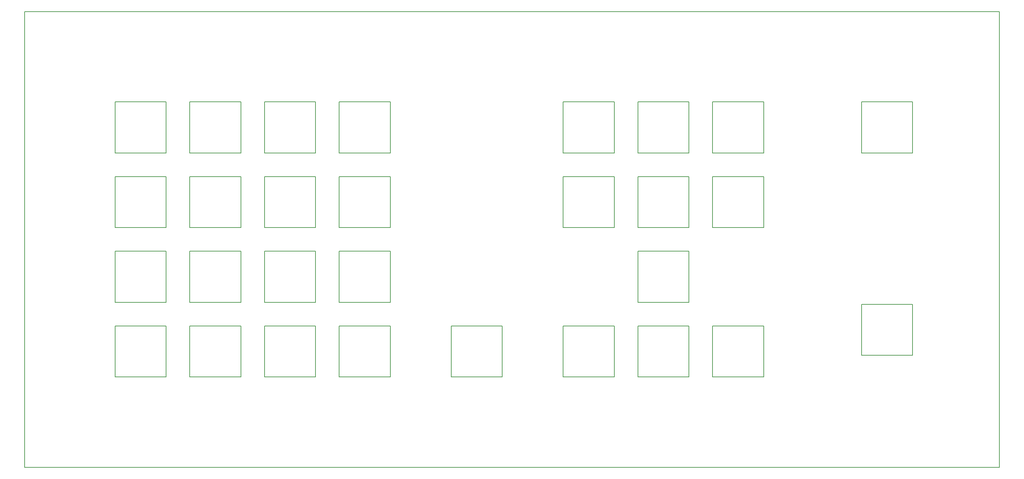
<source format=gm1>
%TF.GenerationSoftware,KiCad,Pcbnew,(6.0.7-1)-1*%
%TF.CreationDate,2022-09-14T08:45:19+02:00*%
%TF.ProjectId,yts-switchblade,7974732d-7377-4697-9463-68626c616465,rev?*%
%TF.SameCoordinates,Original*%
%TF.FileFunction,Profile,NP*%
%FSLAX46Y46*%
G04 Gerber Fmt 4.6, Leading zero omitted, Abs format (unit mm)*
G04 Created by KiCad (PCBNEW (6.0.7-1)-1) date 2022-09-14 08:45:19*
%MOMM*%
%LPD*%
G01*
G04 APERTURE LIST*
%TA.AperFunction,Profile*%
%ADD10C,0.150000*%
%TD*%
G04 APERTURE END LIST*
D10*
X179500000Y-73000000D02*
X192500000Y-73000000D01*
X192500000Y-73000000D02*
X192500000Y-86000000D01*
X192500000Y-86000000D02*
X179500000Y-86000000D01*
X179500000Y-86000000D02*
X179500000Y-73000000D01*
X236400000Y-54000000D02*
X249400000Y-54000000D01*
X249400000Y-54000000D02*
X249400000Y-67000000D01*
X249400000Y-67000000D02*
X236400000Y-67000000D01*
X236400000Y-67000000D02*
X236400000Y-54000000D01*
X179500000Y-54000000D02*
X192500000Y-54000000D01*
X192500000Y-54000000D02*
X192500000Y-67000000D01*
X192500000Y-67000000D02*
X179500000Y-67000000D01*
X179500000Y-67000000D02*
X179500000Y-54000000D01*
X160500000Y-73000000D02*
X173500000Y-73000000D01*
X173500000Y-73000000D02*
X173500000Y-86000000D01*
X173500000Y-86000000D02*
X160500000Y-86000000D01*
X160500000Y-86000000D02*
X160500000Y-73000000D01*
X103500000Y-73000000D02*
X116500000Y-73000000D01*
X116500000Y-73000000D02*
X116500000Y-86000000D01*
X116500000Y-86000000D02*
X103500000Y-86000000D01*
X103500000Y-86000000D02*
X103500000Y-73000000D01*
X46500000Y-111000000D02*
X59500000Y-111000000D01*
X59500000Y-111000000D02*
X59500000Y-124000000D01*
X59500000Y-124000000D02*
X46500000Y-124000000D01*
X46500000Y-124000000D02*
X46500000Y-111000000D01*
X65500000Y-73000000D02*
X78500000Y-73000000D01*
X78500000Y-73000000D02*
X78500000Y-86000000D01*
X78500000Y-86000000D02*
X65500000Y-86000000D01*
X65500000Y-86000000D02*
X65500000Y-73000000D01*
X46500000Y-73000000D02*
X59500000Y-73000000D01*
X59500000Y-73000000D02*
X59500000Y-86000000D01*
X59500000Y-86000000D02*
X46500000Y-86000000D01*
X46500000Y-86000000D02*
X46500000Y-73000000D01*
X198500000Y-111000000D02*
X211500000Y-111000000D01*
X211500000Y-111000000D02*
X211500000Y-124000000D01*
X211500000Y-124000000D02*
X198500000Y-124000000D01*
X198500000Y-124000000D02*
X198500000Y-111000000D01*
X103500000Y-92000000D02*
X116500000Y-92000000D01*
X116500000Y-92000000D02*
X116500000Y-105000000D01*
X116500000Y-105000000D02*
X103500000Y-105000000D01*
X103500000Y-105000000D02*
X103500000Y-92000000D01*
X23500000Y-31000000D02*
X271500000Y-31000000D01*
X271500000Y-31000000D02*
X271500000Y-147000000D01*
X271500000Y-147000000D02*
X23500000Y-147000000D01*
X23500000Y-147000000D02*
X23500000Y-31000000D01*
X103500000Y-111000000D02*
X116500000Y-111000000D01*
X116500000Y-111000000D02*
X116500000Y-124000000D01*
X116500000Y-124000000D02*
X103500000Y-124000000D01*
X103500000Y-124000000D02*
X103500000Y-111000000D01*
X84500000Y-54000000D02*
X97500000Y-54000000D01*
X97500000Y-54000000D02*
X97500000Y-67000000D01*
X97500000Y-67000000D02*
X84500000Y-67000000D01*
X84500000Y-67000000D02*
X84500000Y-54000000D01*
X46500000Y-92000000D02*
X59500000Y-92000000D01*
X59500000Y-92000000D02*
X59500000Y-105000000D01*
X59500000Y-105000000D02*
X46500000Y-105000000D01*
X46500000Y-105000000D02*
X46500000Y-92000000D01*
X84500000Y-111000000D02*
X97500000Y-111000000D01*
X97500000Y-111000000D02*
X97500000Y-124000000D01*
X97500000Y-124000000D02*
X84500000Y-124000000D01*
X84500000Y-124000000D02*
X84500000Y-111000000D01*
X179500000Y-111000000D02*
X192500000Y-111000000D01*
X192500000Y-111000000D02*
X192500000Y-124000000D01*
X192500000Y-124000000D02*
X179500000Y-124000000D01*
X179500000Y-124000000D02*
X179500000Y-111000000D01*
X198500000Y-73000000D02*
X211500000Y-73000000D01*
X211500000Y-73000000D02*
X211500000Y-86000000D01*
X211500000Y-86000000D02*
X198500000Y-86000000D01*
X198500000Y-86000000D02*
X198500000Y-73000000D01*
X132000000Y-111000000D02*
X145000000Y-111000000D01*
X145000000Y-111000000D02*
X145000000Y-124000000D01*
X145000000Y-124000000D02*
X132000000Y-124000000D01*
X132000000Y-124000000D02*
X132000000Y-111000000D01*
X103500000Y-54000000D02*
X116500000Y-54000000D01*
X116500000Y-54000000D02*
X116500000Y-67000000D01*
X116500000Y-67000000D02*
X103500000Y-67000000D01*
X103500000Y-67000000D02*
X103500000Y-54000000D01*
X65500000Y-111000000D02*
X78500000Y-111000000D01*
X78500000Y-111000000D02*
X78500000Y-124000000D01*
X78500000Y-124000000D02*
X65500000Y-124000000D01*
X65500000Y-124000000D02*
X65500000Y-111000000D01*
X65500000Y-54000000D02*
X78500000Y-54000000D01*
X78500000Y-54000000D02*
X78500000Y-67000000D01*
X78500000Y-67000000D02*
X65500000Y-67000000D01*
X65500000Y-67000000D02*
X65500000Y-54000000D01*
X160500000Y-111000000D02*
X173500000Y-111000000D01*
X173500000Y-111000000D02*
X173500000Y-124000000D01*
X173500000Y-124000000D02*
X160500000Y-124000000D01*
X160500000Y-124000000D02*
X160500000Y-111000000D01*
X198500000Y-54000000D02*
X211500000Y-54000000D01*
X211500000Y-54000000D02*
X211500000Y-67000000D01*
X211500000Y-67000000D02*
X198500000Y-67000000D01*
X198500000Y-67000000D02*
X198500000Y-54000000D01*
X46500000Y-54000000D02*
X59500000Y-54000000D01*
X59500000Y-54000000D02*
X59500000Y-67000000D01*
X59500000Y-67000000D02*
X46500000Y-67000000D01*
X46500000Y-67000000D02*
X46500000Y-54000000D01*
X179500000Y-92000000D02*
X192500000Y-92000000D01*
X192500000Y-92000000D02*
X192500000Y-105000000D01*
X192500000Y-105000000D02*
X179500000Y-105000000D01*
X179500000Y-105000000D02*
X179500000Y-92000000D01*
X160500000Y-54000000D02*
X173500000Y-54000000D01*
X173500000Y-54000000D02*
X173500000Y-67000000D01*
X173500000Y-67000000D02*
X160500000Y-67000000D01*
X160500000Y-67000000D02*
X160500000Y-54000000D01*
X84500000Y-92000000D02*
X97500000Y-92000000D01*
X97500000Y-92000000D02*
X97500000Y-105000000D01*
X97500000Y-105000000D02*
X84500000Y-105000000D01*
X84500000Y-105000000D02*
X84500000Y-92000000D01*
X236400000Y-105500000D02*
X249400000Y-105500000D01*
X249400000Y-105500000D02*
X249400000Y-118500000D01*
X249400000Y-118500000D02*
X236400000Y-118500000D01*
X236400000Y-118500000D02*
X236400000Y-105500000D01*
X84500000Y-73000000D02*
X97500000Y-73000000D01*
X97500000Y-73000000D02*
X97500000Y-86000000D01*
X97500000Y-86000000D02*
X84500000Y-86000000D01*
X84500000Y-86000000D02*
X84500000Y-73000000D01*
X65500000Y-92000000D02*
X78500000Y-92000000D01*
X78500000Y-92000000D02*
X78500000Y-105000000D01*
X78500000Y-105000000D02*
X65500000Y-105000000D01*
X65500000Y-105000000D02*
X65500000Y-92000000D01*
M02*

</source>
